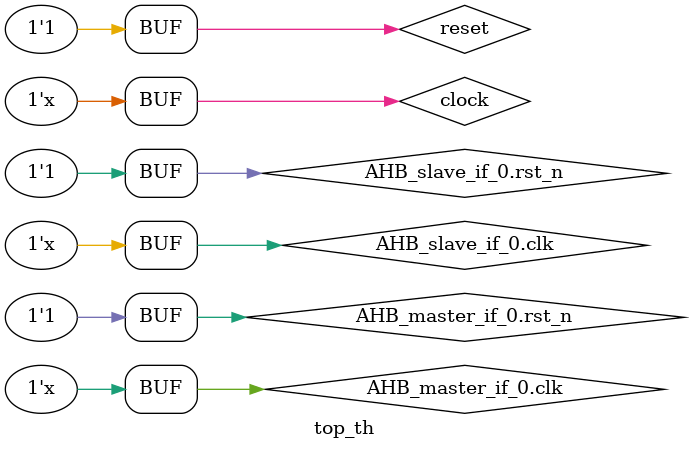
<source format=sv>


module top_th;

  // timeunit      1ns;
  // timeprecision 1ps;


  // You can remove clock and reset below by setting th_generate_clock_and_reset = no in file common.tpl

  // Example clock and reset declarations
  logic clock = 0;
  logic reset;

  // Example clock generator process
  always #5 clock = ~clock;
  assign AHB_master_if_0.clk   = clock;
  assign AHB_master_if_0.rst_n = reset;
  assign AHB_slave_if_0.clk    = clock;
  assign AHB_slave_if_0.rst_n  = reset;
  

  // Example reset generator process
  initial
  begin
    reset = 0;         // Active low reset in this example
    #75 reset = 1;
  end



  // You can insert code here by setting th_inc_inside_module in file common.tpl

  // Pin-level interfaces connected to DUT
  // You can remove interface instances by setting generate_interface_instance = no in the interface template file

  AHB_master_if  AHB_master_if_0 ();
  AHB_slave_if   AHB_slave_if_0 (); 

  ahb2axi2ahb uut (
    .HCLK(AHB_master_if_0.clk),
    .HRESETn(AHB_master_if_0.rst_n),
    .sHTRANS(AHB_master_if_0.HTRANS),
    .sHBURST(AHB_master_if_0.HBURST),
    .sHADDR (AHB_master_if_0.HADDR),
    .sHSIZE (AHB_master_if_0.HSIZE),
    .sHWRITE(AHB_master_if_0.HWRITE),
    .sHREADY(AHB_master_if_0.HREADY),
    .sHRESP (AHB_master_if_0.HRESP),
    .sHWDATA(AHB_master_if_0.HWDATA),
    .sHRDATA(AHB_master_if_0.HRDATA),
    .mHTRANS(AHB_slave_if_0.HTRANS),
    .mHBURST(AHB_slave_if_0.HBURST),
    .mHADDR (AHB_slave_if_0.HADDR),
    .mHSIZE (AHB_slave_if_0.HSIZE),
    .mHWRITE(AHB_slave_if_0.HWRITE),
    .mHREADY(AHB_slave_if_0.HREADY),
    .mHRESP (AHB_slave_if_0.HRESP),
    .mHWDATA(AHB_slave_if_0.HWDATA),
    .mHRDATA(AHB_slave_if_0.HRDATA)
  );

endmodule


</source>
